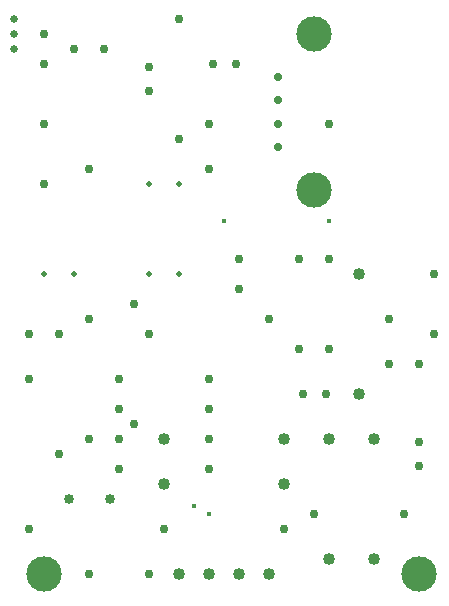
<source format=gbr>
G04 PROTEUS GERBER X2 FILE*
%TF.GenerationSoftware,Labcenter,Proteus,8.5-SP0-Build22067*%
%TF.CreationDate,2019-11-03T13:44:13+00:00*%
%TF.FileFunction,Plated,1,16,PTH*%
%TF.FilePolarity,Positive*%
%TF.Part,Single*%
%FSLAX45Y45*%
%MOMM*%
G01*
%TA.AperFunction,ViaDrill*%
%ADD62C,0.381000*%
%TA.AperFunction,MechanicalDrill*%
%ADD63C,3.000000*%
%TA.AperFunction,ComponentDrill*%
%ADD64C,1.016000*%
%ADD65C,0.850000*%
%ADD66C,0.711200*%
%ADD67C,2.997200*%
%ADD68C,0.762000*%
%ADD69C,0.750000*%
%ADD74C,0.635000*%
%ADD75C,0.508000*%
D62*
X+0Y-1778000D03*
X-127000Y-1714500D03*
X+1016000Y+698500D03*
X+127000Y+698500D03*
D63*
X+1778000Y-2286000D03*
X-1397000Y-2286000D03*
D64*
X-254000Y-2286000D03*
X+0Y-2286000D03*
X+254000Y-2286000D03*
X+508000Y-2286000D03*
D65*
X-1191000Y-1651000D03*
X-841000Y-1651000D03*
D66*
X+581660Y+1924000D03*
X+581660Y+1724000D03*
X+581660Y+1524000D03*
X+581660Y+1324000D03*
D67*
X+889000Y+2284400D03*
X+889000Y+963600D03*
D68*
X-381000Y-1905000D03*
X+635000Y-1905000D03*
D64*
X+635000Y-1143000D03*
X-381000Y-1143000D03*
X+635000Y-1524000D03*
X-381000Y-1524000D03*
X+1016000Y-2159000D03*
X+1016000Y-1143000D03*
X+1397000Y-2159000D03*
X+1397000Y-1143000D03*
D68*
X-1270000Y-254000D03*
X-1270000Y-1270000D03*
X-1016000Y-127000D03*
X-1016000Y-1143000D03*
X-635000Y+0D03*
X-635000Y-1016000D03*
X+1905000Y-254000D03*
X+1905000Y+254000D03*
X-1016000Y-2286000D03*
X-508000Y-2286000D03*
D69*
X+1778000Y-1170000D03*
X+1778000Y-1370000D03*
X+789000Y-762000D03*
X+989000Y-762000D03*
D68*
X+1524000Y-508000D03*
X+1778000Y-508000D03*
D69*
X+27000Y+2032000D03*
X+227000Y+2032000D03*
D68*
X+254000Y+127000D03*
X+254000Y+381000D03*
X-1143000Y+2159000D03*
X-889000Y+2159000D03*
X-1524000Y-1905000D03*
X-1524000Y-635000D03*
X+508000Y-127000D03*
X+1524000Y-127000D03*
D69*
X-508000Y+1805000D03*
X-508000Y+2005000D03*
D64*
X+1270000Y+254000D03*
X+1270000Y-762000D03*
D68*
X+1651000Y-1778000D03*
X+889000Y-1778000D03*
X-1397000Y+1524000D03*
X-1397000Y+2286000D03*
X+0Y-635000D03*
X+0Y-889000D03*
X+0Y-1143000D03*
X+0Y-1397000D03*
X-762000Y-1397000D03*
X-762000Y-1143000D03*
X-762000Y-889000D03*
X-762000Y-635000D03*
X-508000Y-254000D03*
X-1524000Y-254000D03*
X+1016000Y+1524000D03*
X+0Y+1524000D03*
X+0Y+1143000D03*
X-1016000Y+1143000D03*
X-254000Y+2413000D03*
X-254000Y+1397000D03*
X-1397000Y+2032000D03*
X-1397000Y+1016000D03*
X+1016000Y+381000D03*
X+762000Y+381000D03*
X+762000Y-381000D03*
X+1016000Y-381000D03*
D74*
X-1651000Y+2159000D03*
X-1651000Y+2286000D03*
X-1651000Y+2413000D03*
D75*
X-508000Y+1016000D03*
X-254000Y+1016000D03*
X-1143000Y+254000D03*
X-1397000Y+254000D03*
X-254000Y+254000D03*
X-508000Y+254000D03*
M02*

</source>
